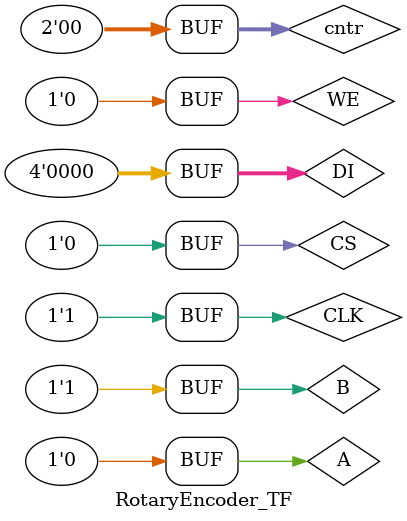
<source format=v>

`timescale 1ns / 1ps

module RotaryEncoder_TF;

    // Inputs
    reg CLK;
    reg CS;
    reg WE;
    reg A;
    reg B;
    reg [3:0] DI;

    // Outputs
    wire [3:0] DO;
    wire INT;

    // Instantiate the Unit Under Test (UUT)
    RotaryEncoder#(
        .DIVIDER_BITS(2),
        .COUNTER_BITS(4))
    uut (
        .CLK(CLK),
        .CS(CS),
        .WE(WE),
        .A(A),
        .B(B),
        .DI(DI),
        .DO(DO),
        .INT(INT)
    );

    reg [1:0] cntr;

    initial begin

        CLK = 0;
        CS = 0;
        WE = 0;
        A = 0;
        B = 0;
        DI = 0;
        cntr = 0;

        #10;
        #10 CLK = 0; #10 CLK = 1;
        #10 CLK = 0; #10 CLK = 1;
        if (DO != 4'd0) $display("Count up fail");
        if (INT != 1'b0) $display("INT fail");

        repeat (4) begin
            repeat (16) begin
                #10 CLK = 0; #10 CLK = 1;
            end
            A = cntr[1];
            B = cntr[0] ^ cntr[1];
            cntr = cntr + 1;
        end
        if (DO != 4'd1) $display("Count up fail");
        if (INT != 1'b1) $display("INT fail");

        DI = 8'h55;
        CS = 1;
        WE = 1;
        #10 CLK = 0; #10 CLK = 1;
        DI = 8'h00;
        CS = 0;
        WE = 0;
        #10 CLK = 0; #10 CLK = 1;
        if (DO != 4'd5) $display("Write counter fail");

        CS = 1;
        #10 CLK = 0; #10 CLK = 1;
        CS = 0;
        if (INT != 1'b0) $display("INT fail");

        repeat (20) begin
            repeat (16) begin
                #10 CLK = 0; #10 CLK = 1;
            end
            A = cntr[1];
            B = cntr[0] ^ cntr[1];
            cntr = cntr + 1;
        end
        if (DO != 4'd10) $display("Count up fail");

        repeat (20) begin
            repeat (16) begin
                #10 CLK = 0; #10 CLK = 1;
            end
            A = cntr[1];
            B = cntr[0] ^ cntr[1];
            cntr = cntr - 1;
        end
        if (DO != 4'd5) $display("Count down fail");

    end
      
endmodule


</source>
